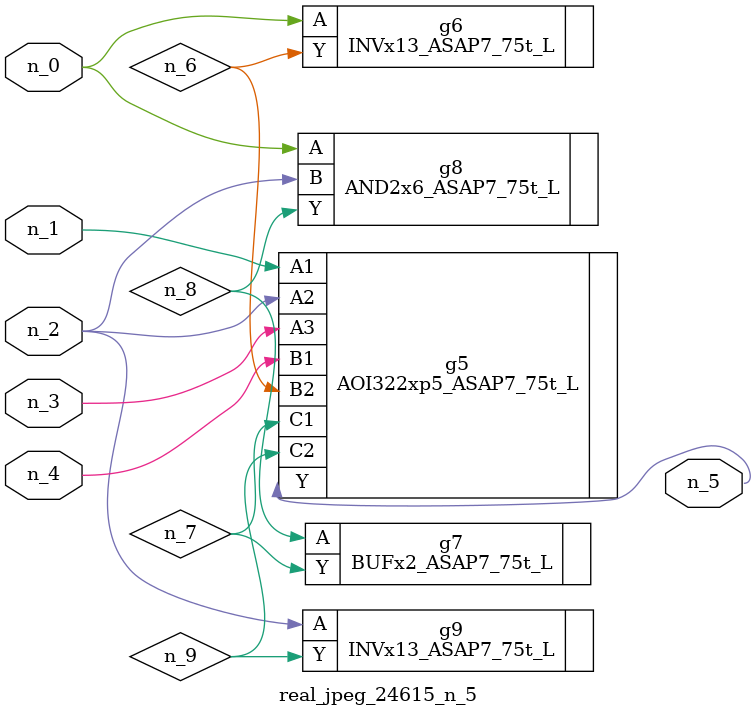
<source format=v>
module real_jpeg_24615_n_5 (n_4, n_0, n_1, n_2, n_3, n_5);

input n_4;
input n_0;
input n_1;
input n_2;
input n_3;

output n_5;

wire n_8;
wire n_6;
wire n_7;
wire n_9;

INVx13_ASAP7_75t_L g6 ( 
.A(n_0),
.Y(n_6)
);

AND2x6_ASAP7_75t_L g8 ( 
.A(n_0),
.B(n_2),
.Y(n_8)
);

AOI322xp5_ASAP7_75t_L g5 ( 
.A1(n_1),
.A2(n_2),
.A3(n_3),
.B1(n_4),
.B2(n_6),
.C1(n_7),
.C2(n_9),
.Y(n_5)
);

INVx13_ASAP7_75t_L g9 ( 
.A(n_2),
.Y(n_9)
);

BUFx2_ASAP7_75t_L g7 ( 
.A(n_8),
.Y(n_7)
);


endmodule
</source>
